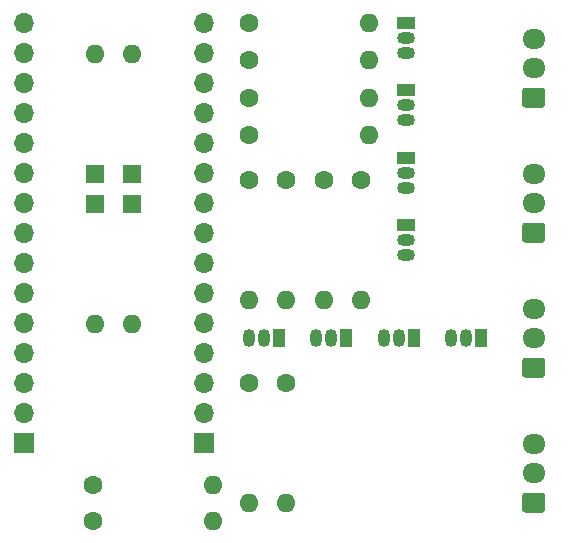
<source format=gbr>
%TF.GenerationSoftware,KiCad,Pcbnew,5.1.7*%
%TF.CreationDate,2020-10-23T00:09:38-07:00*%
%TF.ProjectId,n64_basic,6e36345f-6261-4736-9963-2e6b69636164,rev?*%
%TF.SameCoordinates,Original*%
%TF.FileFunction,Soldermask,Bot*%
%TF.FilePolarity,Negative*%
%FSLAX46Y46*%
G04 Gerber Fmt 4.6, Leading zero omitted, Abs format (unit mm)*
G04 Created by KiCad (PCBNEW 5.1.7) date 2020-10-23 00:09:38*
%MOMM*%
%LPD*%
G01*
G04 APERTURE LIST*
%ADD10O,1.600000X1.600000*%
%ADD11R,1.600000X1.600000*%
%ADD12C,1.600000*%
%ADD13O,1.950000X1.700000*%
%ADD14R,1.050000X1.500000*%
%ADD15O,1.050000X1.500000*%
%ADD16R,1.500000X1.050000*%
%ADD17O,1.500000X1.050000*%
%ADD18O,1.700000X1.700000*%
%ADD19R,1.700000X1.700000*%
G04 APERTURE END LIST*
D10*
%TO.C,D1*%
X97472500Y-82677000D03*
D11*
X97472500Y-92837000D03*
%TD*%
D10*
%TO.C,D2*%
X100647500Y-82677000D03*
D11*
X100647500Y-92837000D03*
%TD*%
D10*
%TO.C,D3*%
X100647500Y-105537000D03*
D11*
X100647500Y-95377000D03*
%TD*%
D10*
%TO.C,D4*%
X97472500Y-105537000D03*
D11*
X97472500Y-95377000D03*
%TD*%
D10*
%TO.C,R1*%
X120650000Y-89535000D03*
D12*
X110490000Y-89535000D03*
%TD*%
D10*
%TO.C,R2*%
X120650000Y-86360000D03*
D12*
X110490000Y-86360000D03*
%TD*%
D10*
%TO.C,R3*%
X120650000Y-83185000D03*
D12*
X110490000Y-83185000D03*
%TD*%
D10*
%TO.C,R4*%
X120650000Y-80010000D03*
D12*
X110490000Y-80010000D03*
%TD*%
%TO.C,R9*%
X97282000Y-119126000D03*
D10*
X107442000Y-119126000D03*
%TD*%
%TO.C,R5*%
X110490000Y-103505000D03*
D12*
X110490000Y-93345000D03*
%TD*%
%TO.C,R10*%
X97282000Y-122174000D03*
D10*
X107442000Y-122174000D03*
%TD*%
%TO.C,R6*%
X113665000Y-103505000D03*
D12*
X113665000Y-93345000D03*
%TD*%
D10*
%TO.C,R11*%
X113665000Y-120650000D03*
D12*
X113665000Y-110490000D03*
%TD*%
D10*
%TO.C,R7*%
X116840000Y-103505000D03*
D12*
X116840000Y-93345000D03*
%TD*%
D10*
%TO.C,R12*%
X110490000Y-120650000D03*
D12*
X110490000Y-110490000D03*
%TD*%
D10*
%TO.C,R8*%
X120015000Y-103505000D03*
D12*
X120015000Y-93345000D03*
%TD*%
D13*
%TO.C,J4*%
X134620000Y-81360000D03*
X134620000Y-83860000D03*
G36*
G01*
X135345000Y-87210000D02*
X133895000Y-87210000D01*
G75*
G02*
X133645000Y-86960000I0J250000D01*
G01*
X133645000Y-85760000D01*
G75*
G02*
X133895000Y-85510000I250000J0D01*
G01*
X135345000Y-85510000D01*
G75*
G02*
X135595000Y-85760000I0J-250000D01*
G01*
X135595000Y-86960000D01*
G75*
G02*
X135345000Y-87210000I-250000J0D01*
G01*
G37*
%TD*%
%TO.C,J2*%
X134620000Y-104220000D03*
X134620000Y-106720000D03*
G36*
G01*
X135345000Y-110070000D02*
X133895000Y-110070000D01*
G75*
G02*
X133645000Y-109820000I0J250000D01*
G01*
X133645000Y-108620000D01*
G75*
G02*
X133895000Y-108370000I250000J0D01*
G01*
X135345000Y-108370000D01*
G75*
G02*
X135595000Y-108620000I0J-250000D01*
G01*
X135595000Y-109820000D01*
G75*
G02*
X135345000Y-110070000I-250000J0D01*
G01*
G37*
%TD*%
%TO.C,J1*%
X134620000Y-115650000D03*
X134620000Y-118150000D03*
G36*
G01*
X135345000Y-121500000D02*
X133895000Y-121500000D01*
G75*
G02*
X133645000Y-121250000I0J250000D01*
G01*
X133645000Y-120050000D01*
G75*
G02*
X133895000Y-119800000I250000J0D01*
G01*
X135345000Y-119800000D01*
G75*
G02*
X135595000Y-120050000I0J-250000D01*
G01*
X135595000Y-121250000D01*
G75*
G02*
X135345000Y-121500000I-250000J0D01*
G01*
G37*
%TD*%
%TO.C,J3*%
X134620000Y-92790000D03*
X134620000Y-95290000D03*
G36*
G01*
X135345000Y-98640000D02*
X133895000Y-98640000D01*
G75*
G02*
X133645000Y-98390000I0J250000D01*
G01*
X133645000Y-97190000D01*
G75*
G02*
X133895000Y-96940000I250000J0D01*
G01*
X135345000Y-96940000D01*
G75*
G02*
X135595000Y-97190000I0J-250000D01*
G01*
X135595000Y-98390000D01*
G75*
G02*
X135345000Y-98640000I-250000J0D01*
G01*
G37*
%TD*%
D14*
%TO.C,Q8*%
X130175000Y-106680000D03*
D15*
X127635000Y-106680000D03*
X128905000Y-106680000D03*
%TD*%
D14*
%TO.C,Q7*%
X124460000Y-106680000D03*
D15*
X121920000Y-106680000D03*
X123190000Y-106680000D03*
%TD*%
D14*
%TO.C,Q6*%
X118745000Y-106680000D03*
D15*
X116205000Y-106680000D03*
X117475000Y-106680000D03*
%TD*%
D14*
%TO.C,Q5*%
X113030000Y-106680000D03*
D15*
X110490000Y-106680000D03*
X111760000Y-106680000D03*
%TD*%
D16*
%TO.C,Q4*%
X123825000Y-80010000D03*
D17*
X123825000Y-82550000D03*
X123825000Y-81280000D03*
%TD*%
D16*
%TO.C,Q3*%
X123825000Y-85725000D03*
D17*
X123825000Y-88265000D03*
X123825000Y-86995000D03*
%TD*%
D16*
%TO.C,Q2*%
X123825000Y-91440000D03*
D17*
X123825000Y-93980000D03*
X123825000Y-92710000D03*
%TD*%
D16*
%TO.C,Q1*%
X123825000Y-97155000D03*
D17*
X123825000Y-99695000D03*
X123825000Y-98425000D03*
%TD*%
D18*
%TO.C,J5*%
X106680000Y-80010000D03*
X106680000Y-82550000D03*
X106680000Y-85090000D03*
X106680000Y-87630000D03*
X106680000Y-90170000D03*
X106680000Y-92710000D03*
X106680000Y-95250000D03*
X106680000Y-97790000D03*
X106680000Y-100330000D03*
X106680000Y-102870000D03*
X106680000Y-105410000D03*
X106680000Y-107950000D03*
X106680000Y-110490000D03*
X106680000Y-113030000D03*
D19*
X106680000Y-115570000D03*
%TD*%
D18*
%TO.C,J6*%
X91440000Y-80010000D03*
X91440000Y-82550000D03*
X91440000Y-85090000D03*
X91440000Y-87630000D03*
X91440000Y-90170000D03*
X91440000Y-92710000D03*
X91440000Y-95250000D03*
X91440000Y-97790000D03*
X91440000Y-100330000D03*
X91440000Y-102870000D03*
X91440000Y-105410000D03*
X91440000Y-107950000D03*
X91440000Y-110490000D03*
X91440000Y-113030000D03*
D19*
X91440000Y-115570000D03*
%TD*%
M02*

</source>
